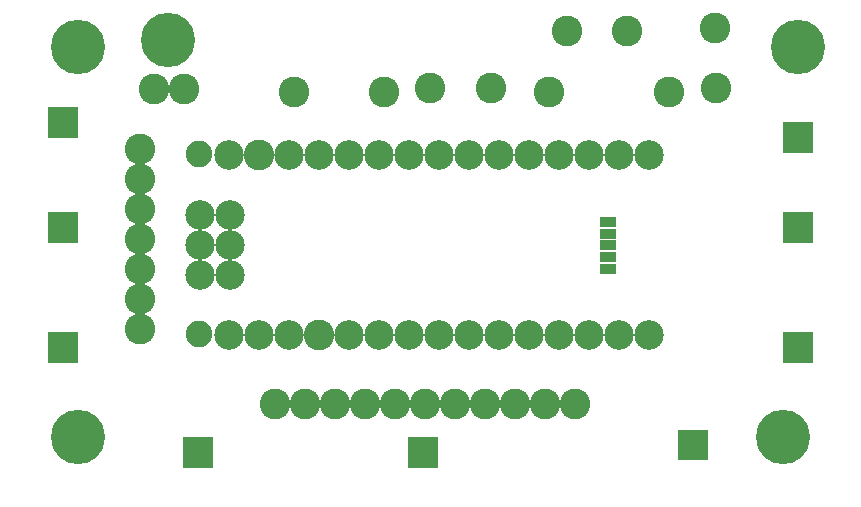
<source format=gbr>
%FSLAX34Y34*%
%MOMM*%
%LNSOLDERMASK_BOTTOM*%
G71*
G01*
%ADD10R,1.470X0.835*%
%ADD11C,2.500*%
%ADD12C,2.250*%
%ADD13C,2.600*%
%ADD14C,4.600*%
%LPD*%
X282228Y153964D02*
G54D10*
D03*
X282228Y143804D02*
G54D10*
D03*
X282228Y134152D02*
G54D10*
D03*
X282228Y123992D02*
G54D10*
D03*
X282228Y114086D02*
G54D10*
D03*
X-39336Y58460D02*
G54D11*
D03*
X-13936Y58460D02*
G54D11*
D03*
X11464Y58460D02*
G54D11*
D03*
X36864Y58460D02*
G54D11*
D03*
X62264Y58460D02*
G54D11*
D03*
X87664Y58460D02*
G54D11*
D03*
X113064Y58460D02*
G54D11*
D03*
X138464Y58460D02*
G54D11*
D03*
X163864Y58460D02*
G54D11*
D03*
X189264Y58460D02*
G54D11*
D03*
X214664Y58460D02*
G54D11*
D03*
X240064Y58460D02*
G54D11*
D03*
X265464Y58460D02*
G54D11*
D03*
X290864Y58460D02*
G54D11*
D03*
X316264Y58460D02*
G54D11*
D03*
X-39336Y210860D02*
G54D11*
D03*
X-13936Y210860D02*
G54D11*
D03*
X11464Y210860D02*
G54D11*
D03*
X36864Y210860D02*
G54D11*
D03*
X62264Y210860D02*
G54D11*
D03*
X87664Y210860D02*
G54D11*
D03*
X113064Y210860D02*
G54D11*
D03*
X138464Y210860D02*
G54D11*
D03*
X163864Y210860D02*
G54D11*
D03*
X189264Y210860D02*
G54D11*
D03*
X214664Y210860D02*
G54D11*
D03*
X240064Y210860D02*
G54D11*
D03*
X265464Y210860D02*
G54D11*
D03*
X290864Y210860D02*
G54D11*
D03*
X316264Y210860D02*
G54D11*
D03*
X-64577Y211019D02*
G54D12*
D03*
X-64577Y58619D02*
G54D12*
D03*
X-38320Y159806D02*
G54D11*
D03*
X-63720Y159806D02*
G54D11*
D03*
X-38320Y134406D02*
G54D11*
D03*
X-63720Y134406D02*
G54D11*
D03*
X-38320Y109006D02*
G54D11*
D03*
X-63720Y109006D02*
G54D11*
D03*
X92234Y263559D02*
G54D13*
D03*
X16034Y263559D02*
G54D13*
D03*
X-102891Y266134D02*
G54D13*
D03*
X-77391Y266134D02*
G54D13*
D03*
X131499Y267316D02*
G54D13*
D03*
X182480Y267429D02*
G54D13*
D03*
X231934Y263559D02*
G54D13*
D03*
X333534Y263559D02*
G54D13*
D03*
X298120Y315684D02*
G54D13*
D03*
X247139Y315572D02*
G54D13*
D03*
X372851Y318434D02*
G54D13*
D03*
X372963Y267454D02*
G54D13*
D03*
X182480Y267429D02*
G54D13*
D03*
X247139Y315572D02*
G54D13*
D03*
X372963Y267454D02*
G54D13*
D03*
X50800Y0D02*
G54D13*
D03*
X25400Y0D02*
G54D13*
D03*
X0Y0D02*
G54D13*
D03*
X101600Y0D02*
G54D13*
D03*
X76200Y0D02*
G54D13*
D03*
X50800Y0D02*
G54D13*
D03*
X152400Y0D02*
G54D13*
D03*
X127000Y0D02*
G54D13*
D03*
X101600Y0D02*
G54D13*
D03*
X203199Y0D02*
G54D13*
D03*
X177799Y0D02*
G54D13*
D03*
X152400Y0D02*
G54D13*
D03*
X228599Y0D02*
G54D13*
D03*
X203199Y0D02*
G54D13*
D03*
X177799Y0D02*
G54D13*
D03*
X253999Y0D02*
G54D13*
D03*
X228599Y0D02*
G54D13*
D03*
X203199Y0D02*
G54D13*
D03*
X-114300Y139700D02*
G54D13*
D03*
X-114300Y139700D02*
G54D13*
D03*
X-114300Y165100D02*
G54D13*
D03*
X-114300Y190500D02*
G54D13*
D03*
X-114300Y88900D02*
G54D13*
D03*
X-114300Y88900D02*
G54D13*
D03*
X-114300Y114300D02*
G54D13*
D03*
X-114300Y139700D02*
G54D13*
D03*
X-114300Y63500D02*
G54D13*
D03*
X-114300Y88900D02*
G54D13*
D03*
X-114300Y165100D02*
G54D13*
D03*
X-114300Y165100D02*
G54D13*
D03*
X-114300Y190500D02*
G54D13*
D03*
X-114300Y215900D02*
G54D13*
D03*
X-114300Y63500D02*
G54D13*
D03*
X36864Y58460D02*
G54D13*
D03*
X-13936Y210860D02*
G54D13*
D03*
X-166846Y301659D02*
G54D14*
D03*
X-166846Y-28541D02*
G54D14*
D03*
X430054Y-28541D02*
G54D14*
D03*
X442754Y301659D02*
G54D14*
D03*
G36*
X-78246Y-28241D02*
X-52246Y-28241D01*
X-52246Y-54241D01*
X-78246Y-54241D01*
X-78246Y-28241D01*
G37*
G36*
X340854Y-21891D02*
X366854Y-21891D01*
X366854Y-47891D01*
X340854Y-47891D01*
X340854Y-21891D01*
G37*
G36*
X112254Y-28241D02*
X138254Y-28241D01*
X138254Y-54241D01*
X112254Y-54241D01*
X112254Y-28241D01*
G37*
G36*
X429754Y238459D02*
X455754Y238459D01*
X455754Y212459D01*
X429754Y212459D01*
X429754Y238459D01*
G37*
G36*
X429754Y60659D02*
X455754Y60659D01*
X455754Y34659D01*
X429754Y34659D01*
X429754Y60659D01*
G37*
G36*
X-192546Y251159D02*
X-166546Y251159D01*
X-166546Y225159D01*
X-192546Y225159D01*
X-192546Y251159D01*
G37*
G36*
X-192546Y60659D02*
X-166546Y60659D01*
X-166546Y34659D01*
X-192546Y34659D01*
X-192546Y60659D01*
G37*
X-90646Y308009D02*
G54D14*
D03*
G36*
X-192546Y162259D02*
X-166546Y162259D01*
X-166546Y136259D01*
X-192546Y136259D01*
X-192546Y162259D01*
G37*
G36*
X429754Y162259D02*
X455754Y162259D01*
X455754Y136259D01*
X429754Y136259D01*
X429754Y162259D01*
G37*
M02*

</source>
